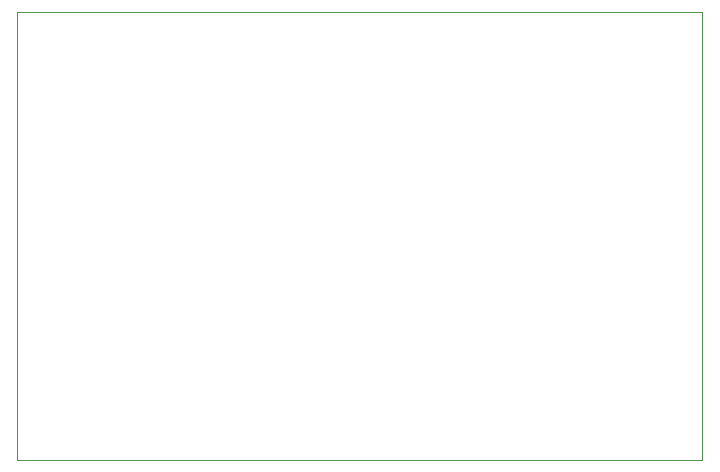
<source format=gm1>
%TF.GenerationSoftware,KiCad,Pcbnew,5.1.10-88a1d61d58~88~ubuntu18.04.1*%
%TF.CreationDate,2021-06-11T13:40:42+04:00*%
%TF.ProjectId,DetecteurPresence,44657465-6374-4657-9572-50726573656e,1.0*%
%TF.SameCoordinates,Original*%
%TF.FileFunction,Profile,NP*%
%FSLAX46Y46*%
G04 Gerber Fmt 4.6, Leading zero omitted, Abs format (unit mm)*
G04 Created by KiCad (PCBNEW 5.1.10-88a1d61d58~88~ubuntu18.04.1) date 2021-06-11 13:40:42*
%MOMM*%
%LPD*%
G01*
G04 APERTURE LIST*
%TA.AperFunction,Profile*%
%ADD10C,0.050000*%
%TD*%
G04 APERTURE END LIST*
D10*
X78000000Y-20000000D02*
X78000000Y-58000000D01*
X78000000Y-58000000D02*
X20000000Y-58000000D01*
X20000000Y-58000000D02*
X20000000Y-20000000D01*
X20000000Y-20000000D02*
X78000000Y-20000000D01*
M02*

</source>
